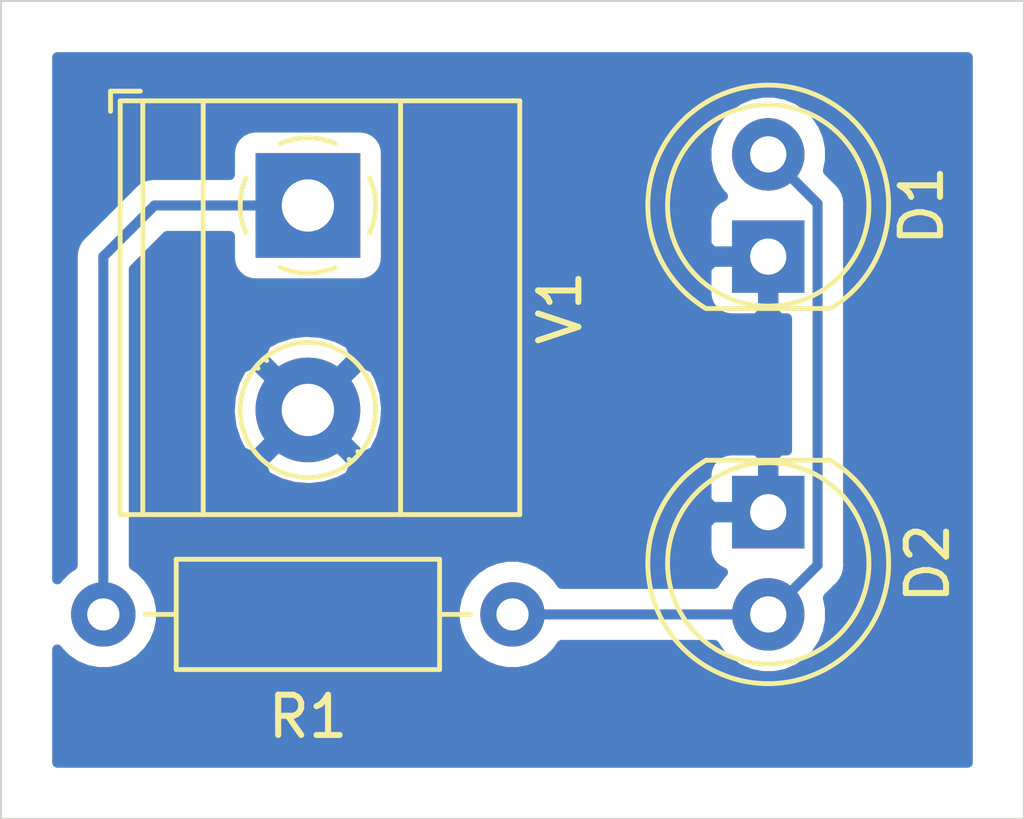
<source format=kicad_pcb>
(kicad_pcb (version 20171130) (host pcbnew 5.1.6-c6e7f7d~87~ubuntu20.04.1)

  (general
    (thickness 1.6)
    (drawings 8)
    (tracks 7)
    (zones 0)
    (modules 4)
    (nets 4)
  )

  (page A4)
  (layers
    (0 F.Cu signal)
    (31 B.Cu signal)
    (32 B.Adhes user)
    (33 F.Adhes user)
    (34 B.Paste user)
    (35 F.Paste user)
    (36 B.SilkS user)
    (37 F.SilkS user)
    (38 B.Mask user)
    (39 F.Mask user)
    (40 Dwgs.User user)
    (41 Cmts.User user)
    (42 Eco1.User user)
    (43 Eco2.User user)
    (44 Edge.Cuts user)
    (45 Margin user)
    (46 B.CrtYd user)
    (47 F.CrtYd user)
    (48 B.Fab user)
    (49 F.Fab user)
  )

  (setup
    (last_trace_width 0.25)
    (trace_clearance 0.2)
    (zone_clearance 0.508)
    (zone_45_only no)
    (trace_min 0.2)
    (via_size 0.8)
    (via_drill 0.4)
    (via_min_size 0.4)
    (via_min_drill 0.3)
    (uvia_size 0.3)
    (uvia_drill 0.1)
    (uvias_allowed no)
    (uvia_min_size 0.2)
    (uvia_min_drill 0.1)
    (edge_width 0.05)
    (segment_width 0.2)
    (pcb_text_width 0.3)
    (pcb_text_size 1.5 1.5)
    (mod_edge_width 0.12)
    (mod_text_size 1 1)
    (mod_text_width 0.15)
    (pad_size 1.524 1.524)
    (pad_drill 0.762)
    (pad_to_mask_clearance 0.05)
    (aux_axis_origin 0 0)
    (visible_elements FFFFFF7F)
    (pcbplotparams
      (layerselection 0x01060_fffffffe)
      (usegerberextensions false)
      (usegerberattributes true)
      (usegerberadvancedattributes true)
      (creategerberjobfile true)
      (excludeedgelayer true)
      (linewidth 0.100000)
      (plotframeref false)
      (viasonmask false)
      (mode 1)
      (useauxorigin false)
      (hpglpennumber 1)
      (hpglpenspeed 20)
      (hpglpendiameter 15.000000)
      (psnegative false)
      (psa4output false)
      (plotreference true)
      (plotvalue true)
      (plotinvisibletext false)
      (padsonsilk false)
      (subtractmaskfromsilk false)
      (outputformat 1)
      (mirror false)
      (drillshape 0)
      (scaleselection 1)
      (outputdirectory ""))
  )

  (net 0 "")
  (net 1 /gnd)
  (net 2 "Net-(D1-Pad2)")
  (net 3 "Net-(R1-Pad1)")

  (net_class Default "This is the default net class."
    (clearance 0.2)
    (trace_width 0.25)
    (via_dia 0.8)
    (via_drill 0.4)
    (uvia_dia 0.3)
    (uvia_drill 0.1)
    (add_net /gnd)
    (add_net "Net-(D1-Pad2)")
    (add_net "Net-(R1-Pad1)")
  )

  (module LED_THT:LED_D5.0mm (layer F.Cu) (tedit 5995936A) (tstamp 5F729728)
    (at 78.74 45.72 90)
    (descr "LED, diameter 5.0mm, 2 pins, http://cdn-reichelt.de/documents/datenblatt/A500/LL-504BC2E-009.pdf")
    (tags "LED diameter 5.0mm 2 pins")
    (path /5F7262CD)
    (fp_text reference D1 (at 1.27 3.81 90) (layer F.SilkS)
      (effects (font (size 1 1) (thickness 0.15)))
    )
    (fp_text value LED_ALT (at 1.27 3.96 90) (layer F.Fab)
      (effects (font (size 1 1) (thickness 0.15)))
    )
    (fp_line (start 4.5 -3.25) (end -1.95 -3.25) (layer F.CrtYd) (width 0.05))
    (fp_line (start 4.5 3.25) (end 4.5 -3.25) (layer F.CrtYd) (width 0.05))
    (fp_line (start -1.95 3.25) (end 4.5 3.25) (layer F.CrtYd) (width 0.05))
    (fp_line (start -1.95 -3.25) (end -1.95 3.25) (layer F.CrtYd) (width 0.05))
    (fp_line (start -1.29 -1.545) (end -1.29 1.545) (layer F.SilkS) (width 0.12))
    (fp_line (start -1.23 -1.469694) (end -1.23 1.469694) (layer F.Fab) (width 0.1))
    (fp_circle (center 1.27 0) (end 3.77 0) (layer F.SilkS) (width 0.12))
    (fp_circle (center 1.27 0) (end 3.77 0) (layer F.Fab) (width 0.1))
    (fp_arc (start 1.27 0) (end -1.23 -1.469694) (angle 299.1) (layer F.Fab) (width 0.1))
    (fp_arc (start 1.27 0) (end -1.29 -1.54483) (angle 148.9) (layer F.SilkS) (width 0.12))
    (fp_arc (start 1.27 0) (end -1.29 1.54483) (angle -148.9) (layer F.SilkS) (width 0.12))
    (fp_text user %R (at 1.25 0 90) (layer F.Fab)
      (effects (font (size 0.8 0.8) (thickness 0.2)))
    )
    (pad 1 thru_hole rect (at 0 0 90) (size 1.8 1.8) (drill 0.9) (layers *.Cu *.Mask)
      (net 1 /gnd))
    (pad 2 thru_hole circle (at 2.54 0 90) (size 1.8 1.8) (drill 0.9) (layers *.Cu *.Mask)
      (net 2 "Net-(D1-Pad2)"))
    (model ${KISYS3DMOD}/LED_THT.3dshapes/LED_D5.0mm.wrl
      (at (xyz 0 0 0))
      (scale (xyz 1 1 1))
      (rotate (xyz 0 0 0))
    )
  )

  (module LED_THT:LED_D5.0mm (layer F.Cu) (tedit 5995936A) (tstamp 5F72973A)
    (at 78.74 52.07 270)
    (descr "LED, diameter 5.0mm, 2 pins, http://cdn-reichelt.de/documents/datenblatt/A500/LL-504BC2E-009.pdf")
    (tags "LED diameter 5.0mm 2 pins")
    (path /5F72F041)
    (fp_text reference D2 (at 1.27 -3.96 90) (layer F.SilkS)
      (effects (font (size 1 1) (thickness 0.15)))
    )
    (fp_text value LED_ALT (at 1.27 3.96 90) (layer F.Fab)
      (effects (font (size 1 1) (thickness 0.15)))
    )
    (fp_text user %R (at 1.25 0 90) (layer F.Fab)
      (effects (font (size 0.8 0.8) (thickness 0.2)))
    )
    (fp_arc (start 1.27 0) (end -1.29 1.54483) (angle -148.9) (layer F.SilkS) (width 0.12))
    (fp_arc (start 1.27 0) (end -1.29 -1.54483) (angle 148.9) (layer F.SilkS) (width 0.12))
    (fp_arc (start 1.27 0) (end -1.23 -1.469694) (angle 299.1) (layer F.Fab) (width 0.1))
    (fp_circle (center 1.27 0) (end 3.77 0) (layer F.Fab) (width 0.1))
    (fp_circle (center 1.27 0) (end 3.77 0) (layer F.SilkS) (width 0.12))
    (fp_line (start -1.23 -1.469694) (end -1.23 1.469694) (layer F.Fab) (width 0.1))
    (fp_line (start -1.29 -1.545) (end -1.29 1.545) (layer F.SilkS) (width 0.12))
    (fp_line (start -1.95 -3.25) (end -1.95 3.25) (layer F.CrtYd) (width 0.05))
    (fp_line (start -1.95 3.25) (end 4.5 3.25) (layer F.CrtYd) (width 0.05))
    (fp_line (start 4.5 3.25) (end 4.5 -3.25) (layer F.CrtYd) (width 0.05))
    (fp_line (start 4.5 -3.25) (end -1.95 -3.25) (layer F.CrtYd) (width 0.05))
    (pad 2 thru_hole circle (at 2.54 0 270) (size 1.8 1.8) (drill 0.9) (layers *.Cu *.Mask)
      (net 2 "Net-(D1-Pad2)"))
    (pad 1 thru_hole rect (at 0 0 270) (size 1.8 1.8) (drill 0.9) (layers *.Cu *.Mask)
      (net 1 /gnd))
    (model ${KISYS3DMOD}/LED_THT.3dshapes/LED_D5.0mm.wrl
      (at (xyz 0 0 0))
      (scale (xyz 1 1 1))
      (rotate (xyz 0 0 0))
    )
  )

  (module Resistor_THT:R_Axial_DIN0207_L6.3mm_D2.5mm_P10.16mm_Horizontal (layer F.Cu) (tedit 5AE5139B) (tstamp 5F729751)
    (at 62.23 54.61)
    (descr "Resistor, Axial_DIN0207 series, Axial, Horizontal, pin pitch=10.16mm, 0.25W = 1/4W, length*diameter=6.3*2.5mm^2, http://cdn-reichelt.de/documents/datenblatt/B400/1_4W%23YAG.pdf")
    (tags "Resistor Axial_DIN0207 series Axial Horizontal pin pitch 10.16mm 0.25W = 1/4W length 6.3mm diameter 2.5mm")
    (path /5F7247E8)
    (fp_text reference R1 (at 5.08 2.54) (layer F.SilkS)
      (effects (font (size 1 1) (thickness 0.15)))
    )
    (fp_text value 470R/0,5W (at 5.08 2.37) (layer F.Fab)
      (effects (font (size 1 1) (thickness 0.15)))
    )
    (fp_line (start 11.21 -1.5) (end -1.05 -1.5) (layer F.CrtYd) (width 0.05))
    (fp_line (start 11.21 1.5) (end 11.21 -1.5) (layer F.CrtYd) (width 0.05))
    (fp_line (start -1.05 1.5) (end 11.21 1.5) (layer F.CrtYd) (width 0.05))
    (fp_line (start -1.05 -1.5) (end -1.05 1.5) (layer F.CrtYd) (width 0.05))
    (fp_line (start 9.12 0) (end 8.35 0) (layer F.SilkS) (width 0.12))
    (fp_line (start 1.04 0) (end 1.81 0) (layer F.SilkS) (width 0.12))
    (fp_line (start 8.35 -1.37) (end 1.81 -1.37) (layer F.SilkS) (width 0.12))
    (fp_line (start 8.35 1.37) (end 8.35 -1.37) (layer F.SilkS) (width 0.12))
    (fp_line (start 1.81 1.37) (end 8.35 1.37) (layer F.SilkS) (width 0.12))
    (fp_line (start 1.81 -1.37) (end 1.81 1.37) (layer F.SilkS) (width 0.12))
    (fp_line (start 10.16 0) (end 8.23 0) (layer F.Fab) (width 0.1))
    (fp_line (start 0 0) (end 1.93 0) (layer F.Fab) (width 0.1))
    (fp_line (start 8.23 -1.25) (end 1.93 -1.25) (layer F.Fab) (width 0.1))
    (fp_line (start 8.23 1.25) (end 8.23 -1.25) (layer F.Fab) (width 0.1))
    (fp_line (start 1.93 1.25) (end 8.23 1.25) (layer F.Fab) (width 0.1))
    (fp_line (start 1.93 -1.25) (end 1.93 1.25) (layer F.Fab) (width 0.1))
    (fp_text user %R (at 5.274999 0) (layer F.Fab)
      (effects (font (size 1 1) (thickness 0.15)))
    )
    (pad 1 thru_hole circle (at 0 0) (size 1.6 1.6) (drill 0.8) (layers *.Cu *.Mask)
      (net 3 "Net-(R1-Pad1)"))
    (pad 2 thru_hole oval (at 10.16 0) (size 1.6 1.6) (drill 0.8) (layers *.Cu *.Mask)
      (net 2 "Net-(D1-Pad2)"))
    (model ${KISYS3DMOD}/Resistor_THT.3dshapes/R_Axial_DIN0207_L6.3mm_D2.5mm_P10.16mm_Horizontal.wrl
      (at (xyz 0 0 0))
      (scale (xyz 1 1 1))
      (rotate (xyz 0 0 0))
    )
  )

  (module TerminalBlock_Phoenix:TerminalBlock_Phoenix_MKDS-1,5-2-5.08_1x02_P5.08mm_Horizontal (layer F.Cu) (tedit 5B294EBC) (tstamp 5F729B88)
    (at 67.31 44.45 270)
    (descr "Terminal Block Phoenix MKDS-1,5-2-5.08, 2 pins, pitch 5.08mm, size 10.2x9.8mm^2, drill diamater 1.3mm, pad diameter 2.6mm, see http://www.farnell.com/datasheets/100425.pdf, script-generated using https://github.com/pointhi/kicad-footprint-generator/scripts/TerminalBlock_Phoenix")
    (tags "THT Terminal Block Phoenix MKDS-1,5-2-5.08 pitch 5.08mm size 10.2x9.8mm^2 drill 1.3mm pad 2.6mm")
    (path /5F7244C1)
    (fp_text reference V1 (at 2.54 -6.26 90) (layer F.SilkS)
      (effects (font (size 1 1) (thickness 0.15)))
    )
    (fp_text value 12V (at 2.54 5.66 90) (layer F.Fab)
      (effects (font (size 1 1) (thickness 0.15)))
    )
    (fp_line (start 8.13 -5.71) (end -3.04 -5.71) (layer F.CrtYd) (width 0.05))
    (fp_line (start 8.13 5.1) (end 8.13 -5.71) (layer F.CrtYd) (width 0.05))
    (fp_line (start -3.04 5.1) (end 8.13 5.1) (layer F.CrtYd) (width 0.05))
    (fp_line (start -3.04 -5.71) (end -3.04 5.1) (layer F.CrtYd) (width 0.05))
    (fp_line (start -2.84 4.9) (end -2.34 4.9) (layer F.SilkS) (width 0.12))
    (fp_line (start -2.84 4.16) (end -2.84 4.9) (layer F.SilkS) (width 0.12))
    (fp_line (start 3.853 1.023) (end 3.806 1.069) (layer F.SilkS) (width 0.12))
    (fp_line (start 6.15 -1.275) (end 6.115 -1.239) (layer F.SilkS) (width 0.12))
    (fp_line (start 4.046 1.239) (end 4.011 1.274) (layer F.SilkS) (width 0.12))
    (fp_line (start 6.355 -1.069) (end 6.308 -1.023) (layer F.SilkS) (width 0.12))
    (fp_line (start 6.035 -1.138) (end 3.943 0.955) (layer F.Fab) (width 0.1))
    (fp_line (start 6.218 -0.955) (end 4.126 1.138) (layer F.Fab) (width 0.1))
    (fp_line (start 0.955 -1.138) (end -1.138 0.955) (layer F.Fab) (width 0.1))
    (fp_line (start 1.138 -0.955) (end -0.955 1.138) (layer F.Fab) (width 0.1))
    (fp_line (start 7.68 -5.261) (end 7.68 4.66) (layer F.SilkS) (width 0.12))
    (fp_line (start -2.6 -5.261) (end -2.6 4.66) (layer F.SilkS) (width 0.12))
    (fp_line (start -2.6 4.66) (end 7.68 4.66) (layer F.SilkS) (width 0.12))
    (fp_line (start -2.6 -5.261) (end 7.68 -5.261) (layer F.SilkS) (width 0.12))
    (fp_line (start -2.6 -2.301) (end 7.68 -2.301) (layer F.SilkS) (width 0.12))
    (fp_line (start -2.54 -2.3) (end 7.62 -2.3) (layer F.Fab) (width 0.1))
    (fp_line (start -2.6 2.6) (end 7.68 2.6) (layer F.SilkS) (width 0.12))
    (fp_line (start -2.54 2.6) (end 7.62 2.6) (layer F.Fab) (width 0.1))
    (fp_line (start -2.6 4.1) (end 7.68 4.1) (layer F.SilkS) (width 0.12))
    (fp_line (start -2.54 4.1) (end 7.62 4.1) (layer F.Fab) (width 0.1))
    (fp_line (start -2.54 4.1) (end -2.54 -5.2) (layer F.Fab) (width 0.1))
    (fp_line (start -2.04 4.6) (end -2.54 4.1) (layer F.Fab) (width 0.1))
    (fp_line (start 7.62 4.6) (end -2.04 4.6) (layer F.Fab) (width 0.1))
    (fp_line (start 7.62 -5.2) (end 7.62 4.6) (layer F.Fab) (width 0.1))
    (fp_line (start -2.54 -5.2) (end 7.62 -5.2) (layer F.Fab) (width 0.1))
    (fp_circle (center 5.08 0) (end 6.76 0) (layer F.SilkS) (width 0.12))
    (fp_circle (center 5.08 0) (end 6.58 0) (layer F.Fab) (width 0.1))
    (fp_circle (center 0 0) (end 1.5 0) (layer F.Fab) (width 0.1))
    (fp_arc (start 0 0) (end 0 1.68) (angle -24) (layer F.SilkS) (width 0.12))
    (fp_arc (start 0 0) (end 1.535 0.684) (angle -48) (layer F.SilkS) (width 0.12))
    (fp_arc (start 0 0) (end 0.684 -1.535) (angle -48) (layer F.SilkS) (width 0.12))
    (fp_arc (start 0 0) (end -1.535 -0.684) (angle -48) (layer F.SilkS) (width 0.12))
    (fp_arc (start 0 0) (end -0.684 1.535) (angle -25) (layer F.SilkS) (width 0.12))
    (fp_text user %R (at 2.54 3.2 90) (layer F.Fab)
      (effects (font (size 1 1) (thickness 0.15)))
    )
    (pad 1 thru_hole rect (at 0 0 270) (size 2.6 2.6) (drill 1.3) (layers *.Cu *.Mask)
      (net 3 "Net-(R1-Pad1)"))
    (pad 2 thru_hole circle (at 5.08 0 270) (size 2.6 2.6) (drill 1.3) (layers *.Cu *.Mask)
      (net 1 /gnd))
    (model ${KISYS3DMOD}/TerminalBlock_Phoenix.3dshapes/TerminalBlock_Phoenix_MKDS-1,5-2-5.08_1x02_P5.08mm_Horizontal.wrl
      (at (xyz 0 0 0))
      (scale (xyz 1 1 1))
      (rotate (xyz 0 0 0))
    )
  )

  (gr_line (start 85.09 39.37) (end 59.69 39.37) (layer Edge.Cuts) (width 0.05) (tstamp 5F729C30))
  (gr_line (start 85.09 59.69) (end 85.09 39.37) (layer Edge.Cuts) (width 0.05))
  (gr_line (start 59.69 59.69) (end 85.09 59.69) (layer Edge.Cuts) (width 0.05))
  (gr_line (start 59.69 39.37) (end 59.69 59.69) (layer Edge.Cuts) (width 0.05))
  (gr_line (start 60.96 58.42) (end 60.96 40.64) (layer Margin) (width 0.15) (tstamp 5F7299BD))
  (gr_line (start 83.82 58.42) (end 60.96 58.42) (layer Margin) (width 0.15))
  (gr_line (start 83.82 40.64) (end 83.82 58.42) (layer Margin) (width 0.15))
  (gr_line (start 60.96 40.64) (end 83.82 40.64) (layer Margin) (width 0.15))

  (segment (start 72.39 54.61) (end 78.74 54.61) (width 0.25) (layer B.Cu) (net 2))
  (segment (start 78.74 54.61) (end 79.965001 53.384999) (width 0.25) (layer B.Cu) (net 2))
  (segment (start 79.965001 53.384999) (end 79.965001 44.405001) (width 0.25) (layer B.Cu) (net 2))
  (segment (start 79.965001 44.405001) (end 78.74 43.18) (width 0.25) (layer B.Cu) (net 2))
  (segment (start 67.31 44.45) (end 63.5 44.45) (width 0.25) (layer B.Cu) (net 3))
  (segment (start 62.23 45.72) (end 62.23 54.61) (width 0.25) (layer B.Cu) (net 3))
  (segment (start 63.5 44.45) (end 62.23 45.72) (width 0.25) (layer B.Cu) (net 3))

  (zone (net 1) (net_name /gnd) (layer B.Cu) (tstamp 5F729D02) (hatch edge 0.508)
    (connect_pads (clearance 0.508))
    (min_thickness 0.254)
    (fill yes (arc_segments 32) (thermal_gap 0.508) (thermal_bridge_width 0.508))
    (polygon
      (pts
        (xy 83.82 58.42) (xy 60.96 58.42) (xy 60.96 40.64) (xy 83.82 40.64)
      )
    )
    (filled_polygon
      (pts
        (xy 83.693 58.293) (xy 61.087 58.293) (xy 61.087 55.482311) (xy 61.115363 55.524759) (xy 61.315241 55.724637)
        (xy 61.550273 55.88168) (xy 61.811426 55.989853) (xy 62.088665 56.045) (xy 62.371335 56.045) (xy 62.648574 55.989853)
        (xy 62.909727 55.88168) (xy 63.144759 55.724637) (xy 63.344637 55.524759) (xy 63.50168 55.289727) (xy 63.609853 55.028574)
        (xy 63.665 54.751335) (xy 63.665 54.468665) (xy 70.955 54.468665) (xy 70.955 54.751335) (xy 71.010147 55.028574)
        (xy 71.11832 55.289727) (xy 71.275363 55.524759) (xy 71.475241 55.724637) (xy 71.710273 55.88168) (xy 71.971426 55.989853)
        (xy 72.248665 56.045) (xy 72.531335 56.045) (xy 72.808574 55.989853) (xy 73.069727 55.88168) (xy 73.304759 55.724637)
        (xy 73.504637 55.524759) (xy 73.608043 55.37) (xy 77.401687 55.37) (xy 77.547688 55.588505) (xy 77.761495 55.802312)
        (xy 78.012905 55.970299) (xy 78.292257 56.086011) (xy 78.588816 56.145) (xy 78.891184 56.145) (xy 79.187743 56.086011)
        (xy 79.467095 55.970299) (xy 79.718505 55.802312) (xy 79.932312 55.588505) (xy 80.100299 55.337095) (xy 80.216011 55.057743)
        (xy 80.275 54.761184) (xy 80.275 54.458816) (xy 80.223731 54.20107) (xy 80.476005 53.948797) (xy 80.505002 53.925)
        (xy 80.531333 53.892916) (xy 80.599975 53.809276) (xy 80.670547 53.677246) (xy 80.695249 53.595812) (xy 80.714004 53.533985)
        (xy 80.725001 53.422332) (xy 80.725001 53.422323) (xy 80.728677 53.385) (xy 80.725001 53.347677) (xy 80.725001 44.442323)
        (xy 80.728677 44.405) (xy 80.725001 44.367677) (xy 80.725001 44.367668) (xy 80.714004 44.256015) (xy 80.670547 44.112754)
        (xy 80.599975 43.980724) (xy 80.5288 43.893998) (xy 80.505002 43.865) (xy 80.476004 43.841202) (xy 80.223731 43.58893)
        (xy 80.275 43.331184) (xy 80.275 43.028816) (xy 80.216011 42.732257) (xy 80.100299 42.452905) (xy 79.932312 42.201495)
        (xy 79.718505 41.987688) (xy 79.467095 41.819701) (xy 79.187743 41.703989) (xy 78.891184 41.645) (xy 78.588816 41.645)
        (xy 78.292257 41.703989) (xy 78.012905 41.819701) (xy 77.761495 41.987688) (xy 77.547688 42.201495) (xy 77.379701 42.452905)
        (xy 77.263989 42.732257) (xy 77.205 43.028816) (xy 77.205 43.331184) (xy 77.263989 43.627743) (xy 77.379701 43.907095)
        (xy 77.547688 44.158505) (xy 77.614127 44.224944) (xy 77.59582 44.230498) (xy 77.485506 44.289463) (xy 77.388815 44.368815)
        (xy 77.309463 44.465506) (xy 77.250498 44.57582) (xy 77.214188 44.695518) (xy 77.201928 44.82) (xy 77.205 45.43425)
        (xy 77.36375 45.593) (xy 78.613 45.593) (xy 78.613 45.573) (xy 78.867 45.573) (xy 78.867 45.593)
        (xy 78.887 45.593) (xy 78.887 45.847) (xy 78.867 45.847) (xy 78.867 47.09625) (xy 79.02575 47.255)
        (xy 79.205002 47.255896) (xy 79.205001 50.534104) (xy 79.02575 50.535) (xy 78.867 50.69375) (xy 78.867 51.943)
        (xy 78.887 51.943) (xy 78.887 52.197) (xy 78.867 52.197) (xy 78.867 52.217) (xy 78.613 52.217)
        (xy 78.613 52.197) (xy 77.36375 52.197) (xy 77.205 52.35575) (xy 77.201928 52.97) (xy 77.214188 53.094482)
        (xy 77.250498 53.21418) (xy 77.309463 53.324494) (xy 77.388815 53.421185) (xy 77.485506 53.500537) (xy 77.59582 53.559502)
        (xy 77.614127 53.565056) (xy 77.547688 53.631495) (xy 77.401687 53.85) (xy 73.608043 53.85) (xy 73.504637 53.695241)
        (xy 73.304759 53.495363) (xy 73.069727 53.33832) (xy 72.808574 53.230147) (xy 72.531335 53.175) (xy 72.248665 53.175)
        (xy 71.971426 53.230147) (xy 71.710273 53.33832) (xy 71.475241 53.495363) (xy 71.275363 53.695241) (xy 71.11832 53.930273)
        (xy 71.010147 54.191426) (xy 70.955 54.468665) (xy 63.665 54.468665) (xy 63.609853 54.191426) (xy 63.50168 53.930273)
        (xy 63.344637 53.695241) (xy 63.144759 53.495363) (xy 62.99 53.391957) (xy 62.99 50.879224) (xy 66.140381 50.879224)
        (xy 66.272317 51.174312) (xy 66.613045 51.345159) (xy 66.980557 51.44625) (xy 67.360729 51.473701) (xy 67.738951 51.426457)
        (xy 68.10069 51.306333) (xy 68.347683 51.174312) (xy 68.34961 51.17) (xy 77.201928 51.17) (xy 77.205 51.78425)
        (xy 77.36375 51.943) (xy 78.613 51.943) (xy 78.613 50.69375) (xy 78.45425 50.535) (xy 77.84 50.531928)
        (xy 77.715518 50.544188) (xy 77.59582 50.580498) (xy 77.485506 50.639463) (xy 77.388815 50.718815) (xy 77.309463 50.815506)
        (xy 77.250498 50.92582) (xy 77.214188 51.045518) (xy 77.201928 51.17) (xy 68.34961 51.17) (xy 68.479619 50.879224)
        (xy 67.31 49.709605) (xy 66.140381 50.879224) (xy 62.99 50.879224) (xy 62.99 49.580729) (xy 65.366299 49.580729)
        (xy 65.413543 49.958951) (xy 65.533667 50.32069) (xy 65.665688 50.567683) (xy 65.960776 50.699619) (xy 67.130395 49.53)
        (xy 67.489605 49.53) (xy 68.659224 50.699619) (xy 68.954312 50.567683) (xy 69.125159 50.226955) (xy 69.22625 49.859443)
        (xy 69.253701 49.479271) (xy 69.206457 49.101049) (xy 69.086333 48.73931) (xy 68.954312 48.492317) (xy 68.659224 48.360381)
        (xy 67.489605 49.53) (xy 67.130395 49.53) (xy 65.960776 48.360381) (xy 65.665688 48.492317) (xy 65.494841 48.833045)
        (xy 65.39375 49.200557) (xy 65.366299 49.580729) (xy 62.99 49.580729) (xy 62.99 48.180776) (xy 66.140381 48.180776)
        (xy 67.31 49.350395) (xy 68.479619 48.180776) (xy 68.347683 47.885688) (xy 68.006955 47.714841) (xy 67.639443 47.61375)
        (xy 67.259271 47.586299) (xy 66.881049 47.633543) (xy 66.51931 47.753667) (xy 66.272317 47.885688) (xy 66.140381 48.180776)
        (xy 62.99 48.180776) (xy 62.99 46.62) (xy 77.201928 46.62) (xy 77.214188 46.744482) (xy 77.250498 46.86418)
        (xy 77.309463 46.974494) (xy 77.388815 47.071185) (xy 77.485506 47.150537) (xy 77.59582 47.209502) (xy 77.715518 47.245812)
        (xy 77.84 47.258072) (xy 78.45425 47.255) (xy 78.613 47.09625) (xy 78.613 45.847) (xy 77.36375 45.847)
        (xy 77.205 46.00575) (xy 77.201928 46.62) (xy 62.99 46.62) (xy 62.99 46.034801) (xy 63.814802 45.21)
        (xy 65.371928 45.21) (xy 65.371928 45.75) (xy 65.384188 45.874482) (xy 65.420498 45.99418) (xy 65.479463 46.104494)
        (xy 65.558815 46.201185) (xy 65.655506 46.280537) (xy 65.76582 46.339502) (xy 65.885518 46.375812) (xy 66.01 46.388072)
        (xy 68.61 46.388072) (xy 68.734482 46.375812) (xy 68.85418 46.339502) (xy 68.964494 46.280537) (xy 69.061185 46.201185)
        (xy 69.140537 46.104494) (xy 69.199502 45.99418) (xy 69.235812 45.874482) (xy 69.248072 45.75) (xy 69.248072 43.15)
        (xy 69.235812 43.025518) (xy 69.199502 42.90582) (xy 69.140537 42.795506) (xy 69.061185 42.698815) (xy 68.964494 42.619463)
        (xy 68.85418 42.560498) (xy 68.734482 42.524188) (xy 68.61 42.511928) (xy 66.01 42.511928) (xy 65.885518 42.524188)
        (xy 65.76582 42.560498) (xy 65.655506 42.619463) (xy 65.558815 42.698815) (xy 65.479463 42.795506) (xy 65.420498 42.90582)
        (xy 65.384188 43.025518) (xy 65.371928 43.15) (xy 65.371928 43.69) (xy 63.537322 43.69) (xy 63.499999 43.686324)
        (xy 63.462676 43.69) (xy 63.462667 43.69) (xy 63.351014 43.700997) (xy 63.207753 43.744454) (xy 63.075724 43.815026)
        (xy 62.959999 43.909999) (xy 62.936201 43.938997) (xy 61.719003 45.156196) (xy 61.689999 45.179999) (xy 61.634871 45.247174)
        (xy 61.595026 45.295724) (xy 61.524455 45.427753) (xy 61.524454 45.427754) (xy 61.480997 45.571015) (xy 61.47 45.682668)
        (xy 61.47 45.682678) (xy 61.466324 45.72) (xy 61.47 45.757322) (xy 61.470001 53.391956) (xy 61.315241 53.495363)
        (xy 61.115363 53.695241) (xy 61.087 53.737689) (xy 61.087 40.767) (xy 83.693 40.767)
      )
    )
  )
)

</source>
